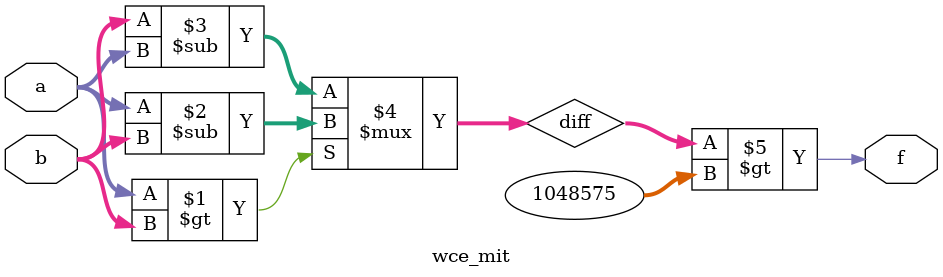
<source format=v>
module wce_mit(a, b, f);
parameter _bit = 32;
parameter wce = 1048575;
input [_bit - 1: 0] a;
input [_bit - 1: 0] b;
output f;
wire [_bit - 1: 0] diff;
assign diff = (a > b)? (a - b): (b - a);
assign f = (diff > wce);
endmodule

</source>
